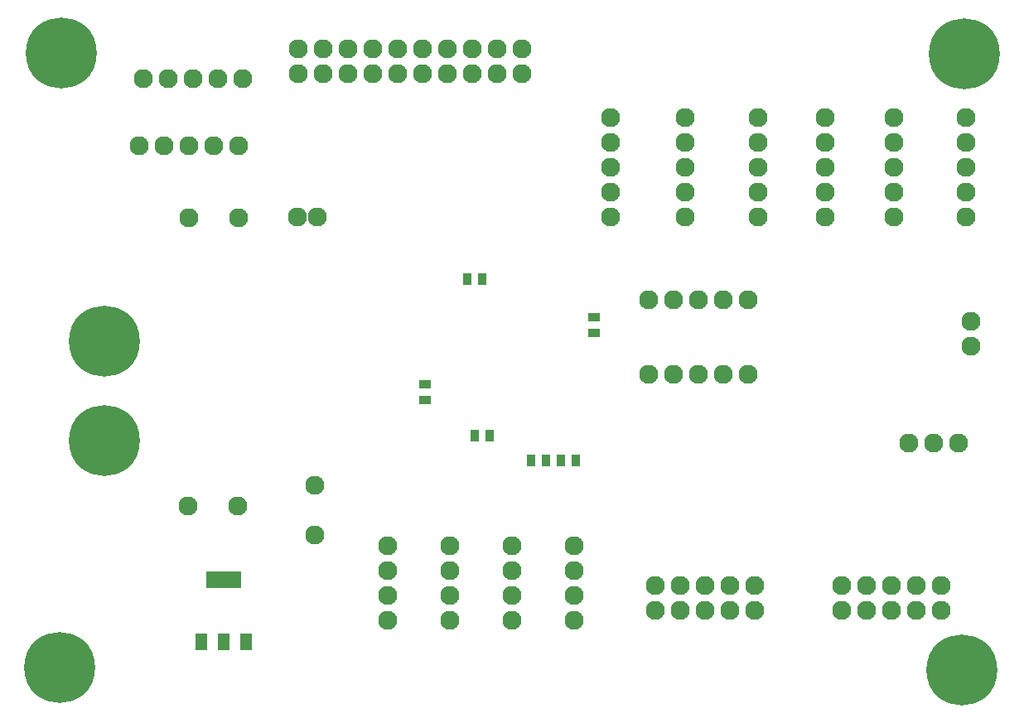
<source format=gbs>
G04 EasyPC Gerber Version 21.0.3 Build 4286 *
%FSLAX35Y35*%
%MOIN*%
%ADD26R,0.03559X0.04937*%
%ADD127R,0.04937X0.06906*%
%ADD74C,0.07693*%
%ADD28R,0.04937X0.03559*%
%ADD128R,0.13992X0.06906*%
%ADD116C,0.28559*%
X0Y0D02*
D02*
D26*
X376199Y200750D03*
X379148Y137750D03*
X382301Y200750D03*
X385250Y137750D03*
X401699Y127750D03*
X407801D03*
X413699D03*
X419801D03*
D02*
D28*
X359250Y152199D03*
Y158301D03*
X427250Y179199D03*
Y185301D03*
D02*
D74*
X244250Y254250D03*
X245750Y281250D03*
X254250Y254250D03*
X255750Y281250D03*
X263750Y109250D03*
X264250Y225250D03*
Y254250D03*
X265750Y281250D03*
X274250Y254250D03*
X275750Y281250D03*
X283750Y109250D03*
X284250Y225250D03*
Y254250D03*
X285750Y281250D03*
X307813Y225750D03*
X308250Y283250D03*
Y293250D03*
X314750Y97750D03*
Y117750D03*
X315687Y225750D03*
X318250Y283250D03*
Y293250D03*
X328250Y283250D03*
Y293250D03*
X338250Y283250D03*
Y293250D03*
X344250Y63250D03*
Y73250D03*
Y83250D03*
Y93250D03*
X348250Y283250D03*
Y293250D03*
X358250Y283250D03*
Y293250D03*
X368250Y283250D03*
Y293250D03*
X369250Y63250D03*
Y73250D03*
Y83250D03*
Y93250D03*
X378250Y283250D03*
Y293250D03*
X388250Y283250D03*
Y293250D03*
X394250Y63250D03*
Y73250D03*
Y83250D03*
Y93250D03*
X398250Y283250D03*
Y293250D03*
X419250Y63250D03*
Y73250D03*
Y83250D03*
Y93250D03*
X433750Y225750D03*
Y235750D03*
Y245750D03*
Y255750D03*
Y265750D03*
X449250Y162250D03*
Y192250D03*
X451750Y67250D03*
Y77250D03*
X459250Y162250D03*
Y192250D03*
X461750Y67250D03*
Y77250D03*
X463750Y225750D03*
Y235750D03*
Y245750D03*
Y255750D03*
Y265750D03*
X469250Y162250D03*
Y192250D03*
X471750Y67250D03*
Y77250D03*
X479250Y162250D03*
Y192250D03*
X481750Y67250D03*
Y77250D03*
X489250Y162250D03*
Y192250D03*
X491750Y67250D03*
Y77250D03*
X493250Y225750D03*
Y235750D03*
Y245750D03*
Y255750D03*
Y265750D03*
X520250Y225750D03*
Y235750D03*
Y245750D03*
Y255750D03*
Y265750D03*
X526750Y67250D03*
Y77250D03*
X536750Y67250D03*
Y77250D03*
X546750Y67250D03*
Y77250D03*
X547750Y225750D03*
Y235750D03*
Y245750D03*
Y255750D03*
Y265750D03*
X553750Y134750D03*
X556750Y67250D03*
Y77250D03*
X563750Y134750D03*
X566750Y67250D03*
Y77250D03*
X573750Y134750D03*
X576750Y225750D03*
Y235750D03*
Y245750D03*
Y255750D03*
Y265750D03*
X578750Y173750D03*
Y183750D03*
D02*
D116*
X212250Y44250D03*
X212750Y291750D03*
X230250Y135750D03*
Y175750D03*
X575250Y43250D03*
X576250Y291250D03*
D02*
D127*
X269195Y54848D03*
X278250D03*
X287305D03*
D02*
D128*
X278250Y79652D03*
X0Y0D02*
M02*

</source>
